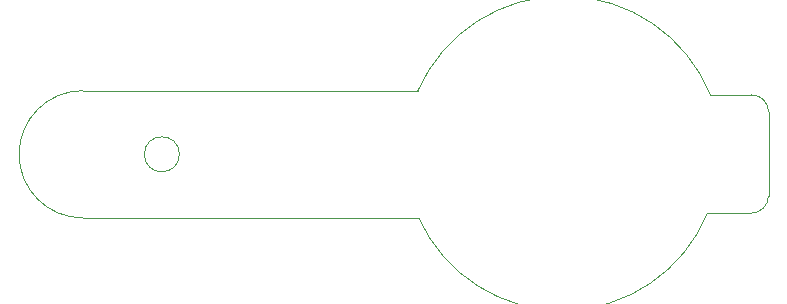
<source format=gm1>
%TF.GenerationSoftware,KiCad,Pcbnew,9.0.2*%
%TF.CreationDate,2025-06-10T18:02:44+05:30*%
%TF.ProjectId,Project 1 LED torch,50726f6a-6563-4742-9031-204c45442074,1*%
%TF.SameCoordinates,Original*%
%TF.FileFunction,Profile,NP*%
%FSLAX46Y46*%
G04 Gerber Fmt 4.6, Leading zero omitted, Abs format (unit mm)*
G04 Created by KiCad (PCBNEW 9.0.2) date 2025-06-10 18:02:44*
%MOMM*%
%LPD*%
G01*
G04 APERTURE LIST*
%TA.AperFunction,Profile*%
%ADD10C,0.050000*%
%TD*%
G04 APERTURE END LIST*
D10*
X144881600Y-122585593D02*
X141193466Y-122585593D01*
X141437783Y-112568480D02*
X144932400Y-112568480D01*
X144932400Y-112568480D02*
G75*
G02*
X146359120Y-113995200I0J-1426720D01*
G01*
X146359120Y-121158000D02*
G75*
G02*
X144881600Y-122585593I-1477520J50800D01*
G01*
X146359120Y-113995200D02*
X146359120Y-121158000D01*
X141193465Y-122585593D02*
G75*
G02*
X116739610Y-122987758I-12313865J5085193D01*
G01*
X96478422Y-117602000D02*
G75*
G02*
X93513578Y-117602000I-1482422J0D01*
G01*
X93513578Y-117602000D02*
G75*
G02*
X96478422Y-117602000I1482422J0D01*
G01*
X88290400Y-122987758D02*
X116739610Y-122987757D01*
X116674268Y-112216242D02*
G75*
G02*
X141437782Y-112568481I12306932J-5436558D01*
G01*
X88290400Y-122987758D02*
G75*
G02*
X88290400Y-112216242I0J5385758D01*
G01*
X88290400Y-112216242D02*
X116674268Y-112216242D01*
M02*

</source>
